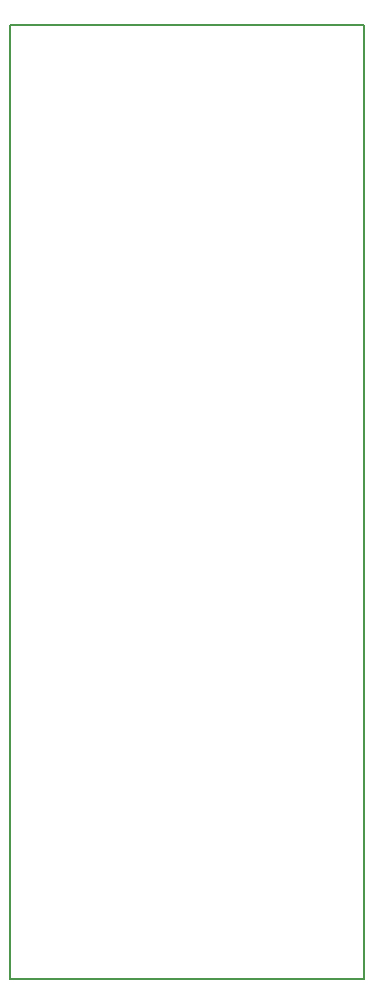
<source format=gbr>
%TF.GenerationSoftware,KiCad,Pcbnew,7.0.6*%
%TF.CreationDate,2024-06-03T16:03:27+02:00*%
%TF.ProjectId,ToneGenerator,546f6e65-4765-46e6-9572-61746f722e6b,rev?*%
%TF.SameCoordinates,PX791ddc0PY9157080*%
%TF.FileFunction,Profile,NP*%
%FSLAX45Y45*%
G04 Gerber Fmt 4.5, Leading zero omitted, Abs format (unit mm)*
G04 Created by KiCad (PCBNEW 7.0.6) date 2024-06-03 16:03:27*
%MOMM*%
%LPD*%
G01*
G04 APERTURE LIST*
%TA.AperFunction,Profile*%
%ADD10C,0.200000*%
%TD*%
G04 APERTURE END LIST*
D10*
X0Y8077200D02*
X0Y0D01*
X0Y0D02*
X2997200Y0D01*
X2997200Y0D02*
X2997200Y8077200D01*
X2997200Y8077200D02*
X0Y8077200D01*
M02*

</source>
